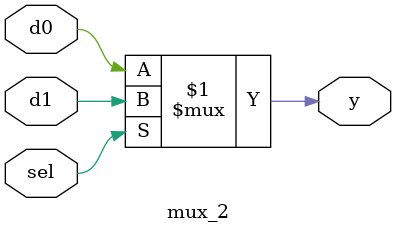
<source format=v>

module mux_2
	(input d0, d1,
	 input sel,
    output y);
  
	assign y = sel ? d1 : d0;

endmodule
</source>
